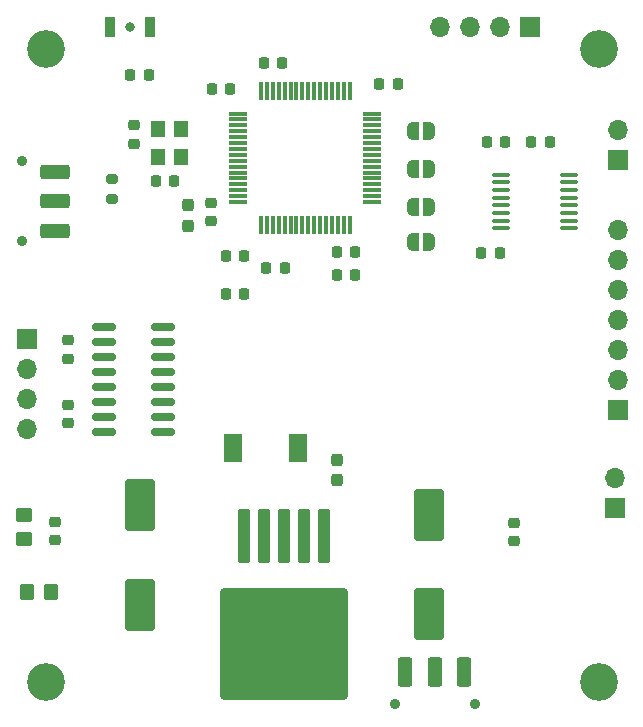
<source format=gts>
%TF.GenerationSoftware,KiCad,Pcbnew,8.0.0*%
%TF.CreationDate,2025-05-02T12:08:02-03:00*%
%TF.ProjectId,PRJ4 (Alimentador Digital),50524a34-2028-4416-9c69-6d656e746164,rev?*%
%TF.SameCoordinates,Original*%
%TF.FileFunction,Soldermask,Top*%
%TF.FilePolarity,Negative*%
%FSLAX46Y46*%
G04 Gerber Fmt 4.6, Leading zero omitted, Abs format (unit mm)*
G04 Created by KiCad (PCBNEW 8.0.0) date 2025-05-02 12:08:02*
%MOMM*%
%LPD*%
G01*
G04 APERTURE LIST*
G04 Aperture macros list*
%AMRoundRect*
0 Rectangle with rounded corners*
0 $1 Rounding radius*
0 $2 $3 $4 $5 $6 $7 $8 $9 X,Y pos of 4 corners*
0 Add a 4 corners polygon primitive as box body*
4,1,4,$2,$3,$4,$5,$6,$7,$8,$9,$2,$3,0*
0 Add four circle primitives for the rounded corners*
1,1,$1+$1,$2,$3*
1,1,$1+$1,$4,$5*
1,1,$1+$1,$6,$7*
1,1,$1+$1,$8,$9*
0 Add four rect primitives between the rounded corners*
20,1,$1+$1,$2,$3,$4,$5,0*
20,1,$1+$1,$4,$5,$6,$7,0*
20,1,$1+$1,$6,$7,$8,$9,0*
20,1,$1+$1,$8,$9,$2,$3,0*%
%AMFreePoly0*
4,1,19,0.500000,-0.750000,0.000000,-0.750000,0.000000,-0.744911,-0.071157,-0.744911,-0.207708,-0.704816,-0.327430,-0.627875,-0.420627,-0.520320,-0.479746,-0.390866,-0.500000,-0.250000,-0.500000,0.250000,-0.479746,0.390866,-0.420627,0.520320,-0.327430,0.627875,-0.207708,0.704816,-0.071157,0.744911,0.000000,0.744911,0.000000,0.750000,0.500000,0.750000,0.500000,-0.750000,0.500000,-0.750000,
$1*%
%AMFreePoly1*
4,1,19,0.000000,0.744911,0.071157,0.744911,0.207708,0.704816,0.327430,0.627875,0.420627,0.520320,0.479746,0.390866,0.500000,0.250000,0.500000,-0.250000,0.479746,-0.390866,0.420627,-0.520320,0.327430,-0.627875,0.207708,-0.704816,0.071157,-0.744911,0.000000,-0.744911,0.000000,-0.750000,-0.500000,-0.750000,-0.500000,0.750000,0.000000,0.750000,0.000000,0.744911,0.000000,0.744911,
$1*%
G04 Aperture macros list end*
%ADD10C,0.900000*%
%ADD11RoundRect,0.250000X-1.000000X0.375000X-1.000000X-0.375000X1.000000X-0.375000X1.000000X0.375000X0*%
%ADD12RoundRect,0.200000X-0.275000X0.200000X-0.275000X-0.200000X0.275000X-0.200000X0.275000X0.200000X0*%
%ADD13RoundRect,0.225000X0.225000X0.250000X-0.225000X0.250000X-0.225000X-0.250000X0.225000X-0.250000X0*%
%ADD14R,1.200000X1.400000*%
%ADD15C,3.200000*%
%ADD16RoundRect,0.250000X0.450000X-0.350000X0.450000X0.350000X-0.450000X0.350000X-0.450000X-0.350000X0*%
%ADD17RoundRect,0.225000X-0.225000X-0.250000X0.225000X-0.250000X0.225000X0.250000X-0.225000X0.250000X0*%
%ADD18RoundRect,0.250000X0.350000X0.450000X-0.350000X0.450000X-0.350000X-0.450000X0.350000X-0.450000X0*%
%ADD19RoundRect,0.225000X-0.250000X0.225000X-0.250000X-0.225000X0.250000X-0.225000X0.250000X0.225000X0*%
%ADD20R,1.700000X1.700000*%
%ADD21O,1.700000X1.700000*%
%ADD22RoundRect,0.150000X-0.850000X-0.150000X0.850000X-0.150000X0.850000X0.150000X-0.850000X0.150000X0*%
%ADD23RoundRect,0.250000X-1.000000X1.950000X-1.000000X-1.950000X1.000000X-1.950000X1.000000X1.950000X0*%
%ADD24RoundRect,0.237500X-0.237500X0.287500X-0.237500X-0.287500X0.237500X-0.287500X0.237500X0.287500X0*%
%ADD25FreePoly0,180.000000*%
%ADD26FreePoly1,180.000000*%
%ADD27RoundRect,0.237500X0.237500X-0.287500X0.237500X0.287500X-0.237500X0.287500X-0.237500X-0.287500X0*%
%ADD28RoundRect,0.075000X-0.700000X-0.075000X0.700000X-0.075000X0.700000X0.075000X-0.700000X0.075000X0*%
%ADD29RoundRect,0.075000X-0.075000X-0.700000X0.075000X-0.700000X0.075000X0.700000X-0.075000X0.700000X0*%
%ADD30RoundRect,0.250000X-0.300000X2.050000X-0.300000X-2.050000X0.300000X-2.050000X0.300000X2.050000X0*%
%ADD31RoundRect,0.250002X-5.149998X4.449998X-5.149998X-4.449998X5.149998X-4.449998X5.149998X4.449998X0*%
%ADD32FreePoly0,0.000000*%
%ADD33FreePoly1,0.000000*%
%ADD34RoundRect,0.225000X0.250000X-0.225000X0.250000X0.225000X-0.250000X0.225000X-0.250000X-0.225000X0*%
%ADD35RoundRect,0.250000X-0.375000X-1.000000X0.375000X-1.000000X0.375000X1.000000X-0.375000X1.000000X0*%
%ADD36C,0.800000*%
%ADD37R,0.900000X1.700000*%
%ADD38RoundRect,0.100000X0.637500X0.100000X-0.637500X0.100000X-0.637500X-0.100000X0.637500X-0.100000X0*%
%ADD39R,1.500000X2.400000*%
G04 APERTURE END LIST*
D10*
%TO.C,SW2*%
X117575000Y-82325000D03*
X117575000Y-89125000D03*
D11*
X120325000Y-83225000D03*
X120325000Y-85725000D03*
X120325000Y-88225000D03*
%TD*%
D12*
%TO.C,R1*%
X125175000Y-83850000D03*
X125175000Y-85500000D03*
%TD*%
D13*
%TO.C,C9*%
X145800000Y-90000000D03*
X144250000Y-90000000D03*
%TD*%
%TO.C,C16*%
X136400000Y-90400000D03*
X134850000Y-90400000D03*
%TD*%
D14*
%TO.C,Y1*%
X129100000Y-79600000D03*
X129100000Y-82000000D03*
X131000000Y-82000000D03*
X131000000Y-79600000D03*
%TD*%
D15*
%TO.C,H1*%
X119600000Y-72800000D03*
%TD*%
D16*
%TO.C,R3*%
X117700000Y-114325000D03*
X117700000Y-112325000D03*
%TD*%
D17*
%TO.C,C13*%
X147825000Y-75800000D03*
X149375000Y-75800000D03*
%TD*%
D13*
%TO.C,C10*%
X145800000Y-92000000D03*
X144250000Y-92000000D03*
%TD*%
D18*
%TO.C,R2*%
X120025000Y-118825000D03*
X118025000Y-118825000D03*
%TD*%
D17*
%TO.C,C12*%
X138050000Y-74000000D03*
X139600000Y-74000000D03*
%TD*%
D19*
%TO.C,C20*%
X159200000Y-112950000D03*
X159200000Y-114500000D03*
%TD*%
D20*
%TO.C,J6*%
X168000000Y-103440000D03*
D21*
X168000000Y-100900000D03*
X168000000Y-98360000D03*
X168000000Y-95820000D03*
X168000000Y-93280000D03*
X168000000Y-90740000D03*
X168000000Y-88200000D03*
%TD*%
D19*
%TO.C,C2*%
X127075000Y-79300000D03*
X127075000Y-80850000D03*
%TD*%
D20*
%TO.C,J1*%
X118000000Y-97405000D03*
D21*
X118000000Y-99945000D03*
X118000000Y-102485000D03*
X118000000Y-105025000D03*
%TD*%
D22*
%TO.C,U2*%
X124500000Y-96360000D03*
X124500000Y-97630000D03*
X124500000Y-98900000D03*
X124500000Y-100170000D03*
X124500000Y-101440000D03*
X124500000Y-102710000D03*
X124500000Y-103980000D03*
X124500000Y-105250000D03*
X129500000Y-105250000D03*
X129500000Y-103980000D03*
X129500000Y-102710000D03*
X129500000Y-101440000D03*
X129500000Y-100170000D03*
X129500000Y-98900000D03*
X129500000Y-97630000D03*
X129500000Y-96360000D03*
%TD*%
D20*
%TO.C,J2*%
X168000000Y-82200000D03*
D21*
X168000000Y-79660000D03*
%TD*%
D23*
%TO.C,C18*%
X152025000Y-112275000D03*
X152025000Y-120675000D03*
%TD*%
D15*
%TO.C,H3*%
X119600000Y-126400000D03*
%TD*%
D19*
%TO.C,C15*%
X133600000Y-85850000D03*
X133600000Y-87400000D03*
%TD*%
D24*
%TO.C,FB1*%
X131600000Y-86050000D03*
X131600000Y-87800000D03*
%TD*%
D13*
%TO.C,C7*%
X158500000Y-80750000D03*
X156950000Y-80750000D03*
%TD*%
%TO.C,C17*%
X136400000Y-93600000D03*
X134850000Y-93600000D03*
%TD*%
D25*
%TO.C,JP4*%
X152000000Y-83000000D03*
D26*
X150700000Y-83000000D03*
%TD*%
D20*
%TO.C,J4*%
X160600000Y-71000000D03*
D21*
X158060000Y-71000000D03*
X155520000Y-71000000D03*
X152980000Y-71000000D03*
%TD*%
D27*
%TO.C,D1*%
X144200000Y-109350000D03*
X144200000Y-107600000D03*
%TD*%
D13*
%TO.C,C14*%
X135200000Y-76200000D03*
X133650000Y-76200000D03*
%TD*%
%TO.C,C8*%
X158000000Y-90075000D03*
X156450000Y-90075000D03*
%TD*%
D20*
%TO.C,J5*%
X167800000Y-111740000D03*
D21*
X167800000Y-109200000D03*
%TD*%
D13*
%TO.C,C11*%
X139800000Y-91400000D03*
X138250000Y-91400000D03*
%TD*%
D28*
%TO.C,U1*%
X135875000Y-78300000D03*
X135875000Y-78800000D03*
X135875000Y-79300000D03*
X135875000Y-79800000D03*
X135875000Y-80300000D03*
X135875000Y-80800000D03*
X135875000Y-81300000D03*
X135875000Y-81800000D03*
X135875000Y-82300000D03*
X135875000Y-82800000D03*
X135875000Y-83300000D03*
X135875000Y-83800000D03*
X135875000Y-84300000D03*
X135875000Y-84800000D03*
X135875000Y-85300000D03*
X135875000Y-85800000D03*
D29*
X137800000Y-87725000D03*
X138300000Y-87725000D03*
X138800000Y-87725000D03*
X139300000Y-87725000D03*
X139800000Y-87725000D03*
X140300000Y-87725000D03*
X140800000Y-87725000D03*
X141300000Y-87725000D03*
X141800000Y-87725000D03*
X142300000Y-87725000D03*
X142800000Y-87725000D03*
X143300000Y-87725000D03*
X143800000Y-87725000D03*
X144300000Y-87725000D03*
X144800000Y-87725000D03*
X145300000Y-87725000D03*
D28*
X147225000Y-85800000D03*
X147225000Y-85300000D03*
X147225000Y-84800000D03*
X147225000Y-84300000D03*
X147225000Y-83800000D03*
X147225000Y-83300000D03*
X147225000Y-82800000D03*
X147225000Y-82300000D03*
X147225000Y-81800000D03*
X147225000Y-81300000D03*
X147225000Y-80800000D03*
X147225000Y-80300000D03*
X147225000Y-79800000D03*
X147225000Y-79300000D03*
X147225000Y-78800000D03*
X147225000Y-78300000D03*
D29*
X145300000Y-76375000D03*
X144800000Y-76375000D03*
X144300000Y-76375000D03*
X143800000Y-76375000D03*
X143300000Y-76375000D03*
X142800000Y-76375000D03*
X142300000Y-76375000D03*
X141800000Y-76375000D03*
X141300000Y-76375000D03*
X140800000Y-76375000D03*
X140300000Y-76375000D03*
X139800000Y-76375000D03*
X139300000Y-76375000D03*
X138800000Y-76375000D03*
X138300000Y-76375000D03*
X137800000Y-76375000D03*
%TD*%
D15*
%TO.C,H4*%
X166400000Y-126400000D03*
%TD*%
D13*
%TO.C,C6*%
X162250000Y-80750000D03*
X160700000Y-80750000D03*
%TD*%
D30*
%TO.C,U3*%
X143150000Y-114100000D03*
X141450000Y-114100000D03*
X139750000Y-114100000D03*
D31*
X139750000Y-123250000D03*
D30*
X138050000Y-114100000D03*
X136350000Y-114100000D03*
%TD*%
D32*
%TO.C,JP3*%
X150700000Y-79800000D03*
D33*
X152000000Y-79800000D03*
%TD*%
D34*
%TO.C,C4*%
X121500000Y-104525000D03*
X121500000Y-102975000D03*
%TD*%
D19*
%TO.C,C21*%
X120400000Y-112850000D03*
X120400000Y-114400000D03*
%TD*%
D10*
%TO.C,SW3*%
X149125000Y-128325000D03*
X155925000Y-128325000D03*
D35*
X150025000Y-125575000D03*
X152525000Y-125575000D03*
X155025000Y-125575000D03*
%TD*%
D36*
%TO.C,SW1*%
X126700000Y-71000000D03*
D37*
X128400000Y-71000000D03*
X125000000Y-71000000D03*
%TD*%
D32*
%TO.C,JP2*%
X150700000Y-86200000D03*
D33*
X152000000Y-86200000D03*
%TD*%
D13*
%TO.C,C3*%
X130475000Y-84050000D03*
X128925000Y-84050000D03*
%TD*%
D17*
%TO.C,C1*%
X126750000Y-75000000D03*
X128300000Y-75000000D03*
%TD*%
D38*
%TO.C,U5*%
X163862500Y-88025000D03*
X163862500Y-87375000D03*
X163862500Y-86725000D03*
X163862500Y-86075000D03*
X163862500Y-85425000D03*
X163862500Y-84775000D03*
X163862500Y-84125000D03*
X163862500Y-83475000D03*
X158137500Y-83475000D03*
X158137500Y-84125000D03*
X158137500Y-84775000D03*
X158137500Y-85425000D03*
X158137500Y-86075000D03*
X158137500Y-86725000D03*
X158137500Y-87375000D03*
X158137500Y-88025000D03*
%TD*%
D25*
%TO.C,JP1*%
X152000000Y-89200000D03*
D26*
X150700000Y-89200000D03*
%TD*%
D39*
%TO.C,L1*%
X140950000Y-106645000D03*
X135450000Y-106645000D03*
%TD*%
D23*
%TO.C,C19*%
X127525000Y-111475000D03*
X127525000Y-119875000D03*
%TD*%
D15*
%TO.C,H2*%
X166400000Y-72800000D03*
%TD*%
D34*
%TO.C,C5*%
X121500000Y-99050000D03*
X121500000Y-97500000D03*
%TD*%
M02*

</source>
